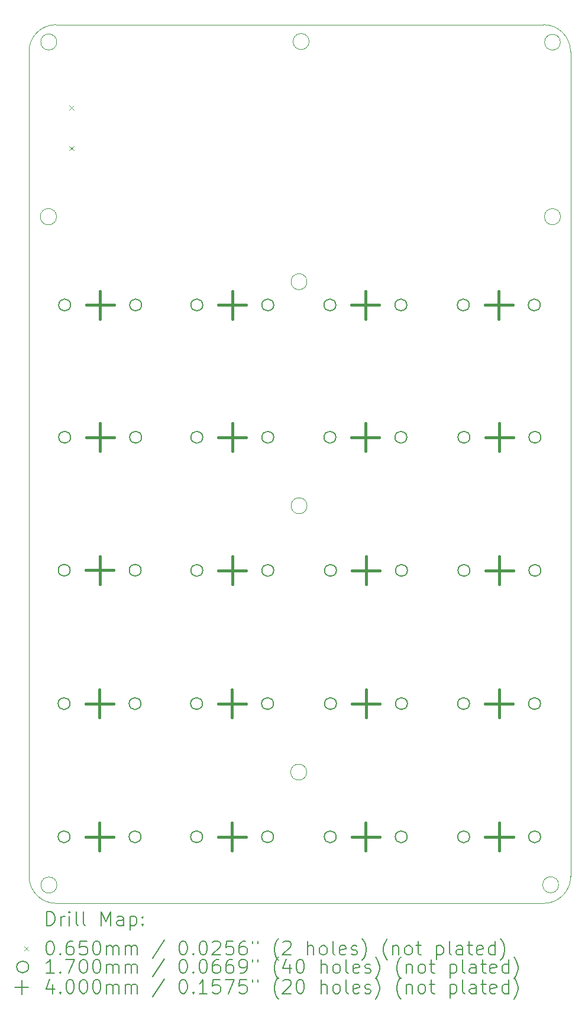
<source format=gbr>
%TF.GenerationSoftware,KiCad,Pcbnew,8.0.8-8.0.8-0~ubuntu22.04.1*%
%TF.CreationDate,2025-02-03T23:53:36+00:00*%
%TF.ProjectId,numcalcium,6e756d63-616c-4636-9975-6d2e6b696361,rev?*%
%TF.SameCoordinates,Original*%
%TF.FileFunction,Drillmap*%
%TF.FilePolarity,Positive*%
%FSLAX45Y45*%
G04 Gerber Fmt 4.5, Leading zero omitted, Abs format (unit mm)*
G04 Created by KiCad (PCBNEW 8.0.8-8.0.8-0~ubuntu22.04.1) date 2025-02-03 23:53:36*
%MOMM*%
%LPD*%
G01*
G04 APERTURE LIST*
%ADD10C,0.100000*%
%ADD11C,0.200000*%
%ADD12C,0.170000*%
%ADD13C,0.400000*%
G04 APERTURE END LIST*
D10*
X7530779Y-11432975D02*
G75*
G02*
X7301947Y-11432975I-114416J0D01*
G01*
X7301947Y-11432975D02*
G75*
G02*
X7530779Y-11432975I114416J0D01*
G01*
X3929200Y-2806400D02*
G75*
G02*
X3700369Y-2806400I-114416J0D01*
G01*
X3700369Y-2806400D02*
G75*
G02*
X3929200Y-2806400I114416J0D01*
G01*
X-49261Y-11312417D02*
X-51233Y484128D01*
X349200Y-11436400D02*
G75*
G02*
X120369Y-11436400I-114416J0D01*
G01*
X120369Y-11436400D02*
G75*
G02*
X349200Y-11436400I114416J0D01*
G01*
X7316739Y-11698672D02*
X336995Y-11698672D01*
X7314767Y870383D02*
X335022Y870383D01*
X346608Y622291D02*
G75*
G02*
X117776Y622291I-114416J0D01*
G01*
X117776Y622291D02*
G75*
G02*
X346608Y622291I114416J0D01*
G01*
X7556998Y-1876494D02*
G75*
G02*
X7327323Y-1876494I-114837J0D01*
G01*
X7327323Y-1876494D02*
G75*
G02*
X7556998Y-1876494I114837J0D01*
G01*
X3929200Y-6011400D02*
G75*
G02*
X3700369Y-6011400I-114416J0D01*
G01*
X3700369Y-6011400D02*
G75*
G02*
X3929200Y-6011400I114416J0D01*
G01*
X7702994Y-11312417D02*
G75*
G02*
X7316739Y-11698674I-386275J17D01*
G01*
X-51233Y484128D02*
G75*
G02*
X335022Y870383I386255J0D01*
G01*
X7314767Y870383D02*
G75*
G02*
X7701023Y484128I-7J-386263D01*
G01*
X7554759Y619265D02*
G75*
G02*
X7330107Y619265I-112326J0D01*
G01*
X7330107Y619265D02*
G75*
G02*
X7554759Y619265I112326J0D01*
G01*
X3958616Y629184D02*
G75*
G02*
X3729784Y629184I-114416J0D01*
G01*
X3729784Y629184D02*
G75*
G02*
X3958616Y629184I114416J0D01*
G01*
X3923616Y-9821400D02*
G75*
G02*
X3694784Y-9821400I-114416J0D01*
G01*
X3694784Y-9821400D02*
G75*
G02*
X3923616Y-9821400I114416J0D01*
G01*
X7701022Y484128D02*
X7702994Y-11312417D01*
X343804Y-1876148D02*
G75*
G02*
X110922Y-1876148I-116441J0D01*
G01*
X110922Y-1876148D02*
G75*
G02*
X343804Y-1876148I116441J0D01*
G01*
X336995Y-11698672D02*
G75*
G02*
X-49261Y-11312417I0J386256D01*
G01*
D11*
D10*
X526288Y-286584D02*
X591288Y-351584D01*
X591288Y-286584D02*
X526288Y-351584D01*
X526288Y-864584D02*
X591288Y-929584D01*
X591288Y-864584D02*
X526288Y-929584D01*
D12*
X535800Y-8841400D02*
G75*
G02*
X365800Y-8841400I-85000J0D01*
G01*
X365800Y-8841400D02*
G75*
G02*
X535800Y-8841400I85000J0D01*
G01*
X535800Y-10746400D02*
G75*
G02*
X365800Y-10746400I-85000J0D01*
G01*
X365800Y-10746400D02*
G75*
G02*
X535800Y-10746400I85000J0D01*
G01*
X538500Y-6932900D02*
G75*
G02*
X368500Y-6932900I-85000J0D01*
G01*
X368500Y-6932900D02*
G75*
G02*
X538500Y-6932900I85000J0D01*
G01*
X544500Y-3139100D02*
G75*
G02*
X374500Y-3139100I-85000J0D01*
G01*
X374500Y-3139100D02*
G75*
G02*
X544500Y-3139100I85000J0D01*
G01*
X544500Y-5031400D02*
G75*
G02*
X374500Y-5031400I-85000J0D01*
G01*
X374500Y-5031400D02*
G75*
G02*
X544500Y-5031400I85000J0D01*
G01*
X1551800Y-8841400D02*
G75*
G02*
X1381800Y-8841400I-85000J0D01*
G01*
X1381800Y-8841400D02*
G75*
G02*
X1551800Y-8841400I85000J0D01*
G01*
X1551800Y-10746400D02*
G75*
G02*
X1381800Y-10746400I-85000J0D01*
G01*
X1381800Y-10746400D02*
G75*
G02*
X1551800Y-10746400I85000J0D01*
G01*
X1554500Y-6932900D02*
G75*
G02*
X1384500Y-6932900I-85000J0D01*
G01*
X1384500Y-6932900D02*
G75*
G02*
X1554500Y-6932900I85000J0D01*
G01*
X1560500Y-3139100D02*
G75*
G02*
X1390500Y-3139100I-85000J0D01*
G01*
X1390500Y-3139100D02*
G75*
G02*
X1560500Y-3139100I85000J0D01*
G01*
X1560500Y-5031400D02*
G75*
G02*
X1390500Y-5031400I-85000J0D01*
G01*
X1390500Y-5031400D02*
G75*
G02*
X1560500Y-5031400I85000J0D01*
G01*
X2432300Y-8841300D02*
G75*
G02*
X2262300Y-8841300I-85000J0D01*
G01*
X2262300Y-8841300D02*
G75*
G02*
X2432300Y-8841300I85000J0D01*
G01*
X2433500Y-10746400D02*
G75*
G02*
X2263500Y-10746400I-85000J0D01*
G01*
X2263500Y-10746400D02*
G75*
G02*
X2433500Y-10746400I85000J0D01*
G01*
X2436800Y-3139100D02*
G75*
G02*
X2266800Y-3139100I-85000J0D01*
G01*
X2266800Y-3139100D02*
G75*
G02*
X2436800Y-3139100I85000J0D01*
G01*
X2436800Y-5031400D02*
G75*
G02*
X2266800Y-5031400I-85000J0D01*
G01*
X2266800Y-5031400D02*
G75*
G02*
X2436800Y-5031400I85000J0D01*
G01*
X2436800Y-6936300D02*
G75*
G02*
X2266800Y-6936300I-85000J0D01*
G01*
X2266800Y-6936300D02*
G75*
G02*
X2436800Y-6936300I85000J0D01*
G01*
X3448300Y-8841300D02*
G75*
G02*
X3278300Y-8841300I-85000J0D01*
G01*
X3278300Y-8841300D02*
G75*
G02*
X3448300Y-8841300I85000J0D01*
G01*
X3449500Y-10746400D02*
G75*
G02*
X3279500Y-10746400I-85000J0D01*
G01*
X3279500Y-10746400D02*
G75*
G02*
X3449500Y-10746400I85000J0D01*
G01*
X3452800Y-3139100D02*
G75*
G02*
X3282800Y-3139100I-85000J0D01*
G01*
X3282800Y-3139100D02*
G75*
G02*
X3452800Y-3139100I85000J0D01*
G01*
X3452800Y-5031400D02*
G75*
G02*
X3282800Y-5031400I-85000J0D01*
G01*
X3282800Y-5031400D02*
G75*
G02*
X3452800Y-5031400I85000J0D01*
G01*
X3452800Y-6936300D02*
G75*
G02*
X3282800Y-6936300I-85000J0D01*
G01*
X3282800Y-6936300D02*
G75*
G02*
X3452800Y-6936300I85000J0D01*
G01*
X4341800Y-3139100D02*
G75*
G02*
X4171800Y-3139100I-85000J0D01*
G01*
X4171800Y-3139100D02*
G75*
G02*
X4341800Y-3139100I85000J0D01*
G01*
X4341800Y-5031400D02*
G75*
G02*
X4171800Y-5031400I-85000J0D01*
G01*
X4171800Y-5031400D02*
G75*
G02*
X4341800Y-5031400I85000J0D01*
G01*
X4345800Y-10746400D02*
G75*
G02*
X4175800Y-10746400I-85000J0D01*
G01*
X4175800Y-10746400D02*
G75*
G02*
X4345800Y-10746400I85000J0D01*
G01*
X4350000Y-6936300D02*
G75*
G02*
X4180000Y-6936300I-85000J0D01*
G01*
X4180000Y-6936300D02*
G75*
G02*
X4350000Y-6936300I85000J0D01*
G01*
X4350000Y-8841300D02*
G75*
G02*
X4180000Y-8841300I-85000J0D01*
G01*
X4180000Y-8841300D02*
G75*
G02*
X4350000Y-8841300I85000J0D01*
G01*
X5357800Y-3139100D02*
G75*
G02*
X5187800Y-3139100I-85000J0D01*
G01*
X5187800Y-3139100D02*
G75*
G02*
X5357800Y-3139100I85000J0D01*
G01*
X5357800Y-5031400D02*
G75*
G02*
X5187800Y-5031400I-85000J0D01*
G01*
X5187800Y-5031400D02*
G75*
G02*
X5357800Y-5031400I85000J0D01*
G01*
X5361800Y-10746400D02*
G75*
G02*
X5191800Y-10746400I-85000J0D01*
G01*
X5191800Y-10746400D02*
G75*
G02*
X5361800Y-10746400I85000J0D01*
G01*
X5366000Y-6936300D02*
G75*
G02*
X5196000Y-6936300I-85000J0D01*
G01*
X5196000Y-6936300D02*
G75*
G02*
X5366000Y-6936300I85000J0D01*
G01*
X5366000Y-8841300D02*
G75*
G02*
X5196000Y-8841300I-85000J0D01*
G01*
X5196000Y-8841300D02*
G75*
G02*
X5366000Y-8841300I85000J0D01*
G01*
X6250800Y-3139100D02*
G75*
G02*
X6080800Y-3139100I-85000J0D01*
G01*
X6080800Y-3139100D02*
G75*
G02*
X6250800Y-3139100I85000J0D01*
G01*
X6255000Y-8841300D02*
G75*
G02*
X6085000Y-8841300I-85000J0D01*
G01*
X6085000Y-8841300D02*
G75*
G02*
X6255000Y-8841300I85000J0D01*
G01*
X6256200Y-10746400D02*
G75*
G02*
X6086200Y-10746400I-85000J0D01*
G01*
X6086200Y-10746400D02*
G75*
G02*
X6256200Y-10746400I85000J0D01*
G01*
X6259500Y-5031400D02*
G75*
G02*
X6089500Y-5031400I-85000J0D01*
G01*
X6089500Y-5031400D02*
G75*
G02*
X6259500Y-5031400I85000J0D01*
G01*
X6259500Y-6936400D02*
G75*
G02*
X6089500Y-6936400I-85000J0D01*
G01*
X6089500Y-6936400D02*
G75*
G02*
X6259500Y-6936400I85000J0D01*
G01*
X7266800Y-3139100D02*
G75*
G02*
X7096800Y-3139100I-85000J0D01*
G01*
X7096800Y-3139100D02*
G75*
G02*
X7266800Y-3139100I85000J0D01*
G01*
X7271000Y-8841300D02*
G75*
G02*
X7101000Y-8841300I-85000J0D01*
G01*
X7101000Y-8841300D02*
G75*
G02*
X7271000Y-8841300I85000J0D01*
G01*
X7272200Y-10746400D02*
G75*
G02*
X7102200Y-10746400I-85000J0D01*
G01*
X7102200Y-10746400D02*
G75*
G02*
X7272200Y-10746400I85000J0D01*
G01*
X7275500Y-5031400D02*
G75*
G02*
X7105500Y-5031400I-85000J0D01*
G01*
X7105500Y-5031400D02*
G75*
G02*
X7275500Y-5031400I85000J0D01*
G01*
X7275500Y-6936400D02*
G75*
G02*
X7105500Y-6936400I-85000J0D01*
G01*
X7105500Y-6936400D02*
G75*
G02*
X7275500Y-6936400I85000J0D01*
G01*
D13*
X958800Y-8641400D02*
X958800Y-9041400D01*
X758800Y-8841400D02*
X1158800Y-8841400D01*
X958800Y-10546400D02*
X958800Y-10946400D01*
X758800Y-10746400D02*
X1158800Y-10746400D01*
X961500Y-6732900D02*
X961500Y-7132900D01*
X761500Y-6932900D02*
X1161500Y-6932900D01*
X967500Y-2939100D02*
X967500Y-3339100D01*
X767500Y-3139100D02*
X1167500Y-3139100D01*
X967500Y-4831400D02*
X967500Y-5231400D01*
X767500Y-5031400D02*
X1167500Y-5031400D01*
X2855300Y-8641300D02*
X2855300Y-9041300D01*
X2655300Y-8841300D02*
X3055300Y-8841300D01*
X2856500Y-10546400D02*
X2856500Y-10946400D01*
X2656500Y-10746400D02*
X3056500Y-10746400D01*
X2859800Y-2939100D02*
X2859800Y-3339100D01*
X2659800Y-3139100D02*
X3059800Y-3139100D01*
X2859800Y-4831400D02*
X2859800Y-5231400D01*
X2659800Y-5031400D02*
X3059800Y-5031400D01*
X2859800Y-6736300D02*
X2859800Y-7136300D01*
X2659800Y-6936300D02*
X3059800Y-6936300D01*
X4764800Y-2939100D02*
X4764800Y-3339100D01*
X4564800Y-3139100D02*
X4964800Y-3139100D01*
X4764800Y-4831400D02*
X4764800Y-5231400D01*
X4564800Y-5031400D02*
X4964800Y-5031400D01*
X4768800Y-10546400D02*
X4768800Y-10946400D01*
X4568800Y-10746400D02*
X4968800Y-10746400D01*
X4773000Y-6736300D02*
X4773000Y-7136300D01*
X4573000Y-6936300D02*
X4973000Y-6936300D01*
X4773000Y-8641300D02*
X4773000Y-9041300D01*
X4573000Y-8841300D02*
X4973000Y-8841300D01*
X6673800Y-2939100D02*
X6673800Y-3339100D01*
X6473800Y-3139100D02*
X6873800Y-3139100D01*
X6678000Y-8641300D02*
X6678000Y-9041300D01*
X6478000Y-8841300D02*
X6878000Y-8841300D01*
X6679200Y-10546400D02*
X6679200Y-10946400D01*
X6479200Y-10746400D02*
X6879200Y-10746400D01*
X6682500Y-4831400D02*
X6682500Y-5231400D01*
X6482500Y-5031400D02*
X6882500Y-5031400D01*
X6682500Y-6736400D02*
X6682500Y-7136400D01*
X6482500Y-6936400D02*
X6882500Y-6936400D01*
D11*
X204544Y-12015156D02*
X204544Y-11815156D01*
X204544Y-11815156D02*
X252163Y-11815156D01*
X252163Y-11815156D02*
X280734Y-11824680D01*
X280734Y-11824680D02*
X299782Y-11843727D01*
X299782Y-11843727D02*
X309306Y-11862775D01*
X309306Y-11862775D02*
X318829Y-11900870D01*
X318829Y-11900870D02*
X318829Y-11929442D01*
X318829Y-11929442D02*
X309306Y-11967537D01*
X309306Y-11967537D02*
X299782Y-11986585D01*
X299782Y-11986585D02*
X280734Y-12005632D01*
X280734Y-12005632D02*
X252163Y-12015156D01*
X252163Y-12015156D02*
X204544Y-12015156D01*
X404544Y-12015156D02*
X404544Y-11881823D01*
X404544Y-11919918D02*
X414067Y-11900870D01*
X414067Y-11900870D02*
X423591Y-11891346D01*
X423591Y-11891346D02*
X442639Y-11881823D01*
X442639Y-11881823D02*
X461686Y-11881823D01*
X528353Y-12015156D02*
X528353Y-11881823D01*
X528353Y-11815156D02*
X518829Y-11824680D01*
X518829Y-11824680D02*
X528353Y-11834204D01*
X528353Y-11834204D02*
X537877Y-11824680D01*
X537877Y-11824680D02*
X528353Y-11815156D01*
X528353Y-11815156D02*
X528353Y-11834204D01*
X652163Y-12015156D02*
X633115Y-12005632D01*
X633115Y-12005632D02*
X623591Y-11986585D01*
X623591Y-11986585D02*
X623591Y-11815156D01*
X756924Y-12015156D02*
X737877Y-12005632D01*
X737877Y-12005632D02*
X728353Y-11986585D01*
X728353Y-11986585D02*
X728353Y-11815156D01*
X985496Y-12015156D02*
X985496Y-11815156D01*
X985496Y-11815156D02*
X1052163Y-11958013D01*
X1052163Y-11958013D02*
X1118829Y-11815156D01*
X1118829Y-11815156D02*
X1118829Y-12015156D01*
X1299782Y-12015156D02*
X1299782Y-11910394D01*
X1299782Y-11910394D02*
X1290258Y-11891346D01*
X1290258Y-11891346D02*
X1271210Y-11881823D01*
X1271210Y-11881823D02*
X1233115Y-11881823D01*
X1233115Y-11881823D02*
X1214067Y-11891346D01*
X1299782Y-12005632D02*
X1280734Y-12015156D01*
X1280734Y-12015156D02*
X1233115Y-12015156D01*
X1233115Y-12015156D02*
X1214067Y-12005632D01*
X1214067Y-12005632D02*
X1204544Y-11986585D01*
X1204544Y-11986585D02*
X1204544Y-11967537D01*
X1204544Y-11967537D02*
X1214067Y-11948489D01*
X1214067Y-11948489D02*
X1233115Y-11938966D01*
X1233115Y-11938966D02*
X1280734Y-11938966D01*
X1280734Y-11938966D02*
X1299782Y-11929442D01*
X1395020Y-11881823D02*
X1395020Y-12081823D01*
X1395020Y-11891346D02*
X1414067Y-11881823D01*
X1414067Y-11881823D02*
X1452163Y-11881823D01*
X1452163Y-11881823D02*
X1471210Y-11891346D01*
X1471210Y-11891346D02*
X1480734Y-11900870D01*
X1480734Y-11900870D02*
X1490258Y-11919918D01*
X1490258Y-11919918D02*
X1490258Y-11977061D01*
X1490258Y-11977061D02*
X1480734Y-11996108D01*
X1480734Y-11996108D02*
X1471210Y-12005632D01*
X1471210Y-12005632D02*
X1452163Y-12015156D01*
X1452163Y-12015156D02*
X1414067Y-12015156D01*
X1414067Y-12015156D02*
X1395020Y-12005632D01*
X1575972Y-11996108D02*
X1585496Y-12005632D01*
X1585496Y-12005632D02*
X1575972Y-12015156D01*
X1575972Y-12015156D02*
X1566448Y-12005632D01*
X1566448Y-12005632D02*
X1575972Y-11996108D01*
X1575972Y-11996108D02*
X1575972Y-12015156D01*
X1575972Y-11891346D02*
X1585496Y-11900870D01*
X1585496Y-11900870D02*
X1575972Y-11910394D01*
X1575972Y-11910394D02*
X1566448Y-11900870D01*
X1566448Y-11900870D02*
X1575972Y-11891346D01*
X1575972Y-11891346D02*
X1575972Y-11910394D01*
D10*
X-121233Y-12311172D02*
X-56233Y-12376172D01*
X-56233Y-12311172D02*
X-121233Y-12376172D01*
D11*
X242639Y-12235156D02*
X261686Y-12235156D01*
X261686Y-12235156D02*
X280734Y-12244680D01*
X280734Y-12244680D02*
X290258Y-12254204D01*
X290258Y-12254204D02*
X299782Y-12273251D01*
X299782Y-12273251D02*
X309306Y-12311346D01*
X309306Y-12311346D02*
X309306Y-12358966D01*
X309306Y-12358966D02*
X299782Y-12397061D01*
X299782Y-12397061D02*
X290258Y-12416108D01*
X290258Y-12416108D02*
X280734Y-12425632D01*
X280734Y-12425632D02*
X261686Y-12435156D01*
X261686Y-12435156D02*
X242639Y-12435156D01*
X242639Y-12435156D02*
X223591Y-12425632D01*
X223591Y-12425632D02*
X214067Y-12416108D01*
X214067Y-12416108D02*
X204544Y-12397061D01*
X204544Y-12397061D02*
X195020Y-12358966D01*
X195020Y-12358966D02*
X195020Y-12311346D01*
X195020Y-12311346D02*
X204544Y-12273251D01*
X204544Y-12273251D02*
X214067Y-12254204D01*
X214067Y-12254204D02*
X223591Y-12244680D01*
X223591Y-12244680D02*
X242639Y-12235156D01*
X395020Y-12416108D02*
X404544Y-12425632D01*
X404544Y-12425632D02*
X395020Y-12435156D01*
X395020Y-12435156D02*
X385496Y-12425632D01*
X385496Y-12425632D02*
X395020Y-12416108D01*
X395020Y-12416108D02*
X395020Y-12435156D01*
X575972Y-12235156D02*
X537877Y-12235156D01*
X537877Y-12235156D02*
X518829Y-12244680D01*
X518829Y-12244680D02*
X509305Y-12254204D01*
X509305Y-12254204D02*
X490258Y-12282775D01*
X490258Y-12282775D02*
X480734Y-12320870D01*
X480734Y-12320870D02*
X480734Y-12397061D01*
X480734Y-12397061D02*
X490258Y-12416108D01*
X490258Y-12416108D02*
X499782Y-12425632D01*
X499782Y-12425632D02*
X518829Y-12435156D01*
X518829Y-12435156D02*
X556925Y-12435156D01*
X556925Y-12435156D02*
X575972Y-12425632D01*
X575972Y-12425632D02*
X585496Y-12416108D01*
X585496Y-12416108D02*
X595020Y-12397061D01*
X595020Y-12397061D02*
X595020Y-12349442D01*
X595020Y-12349442D02*
X585496Y-12330394D01*
X585496Y-12330394D02*
X575972Y-12320870D01*
X575972Y-12320870D02*
X556925Y-12311346D01*
X556925Y-12311346D02*
X518829Y-12311346D01*
X518829Y-12311346D02*
X499782Y-12320870D01*
X499782Y-12320870D02*
X490258Y-12330394D01*
X490258Y-12330394D02*
X480734Y-12349442D01*
X775972Y-12235156D02*
X680734Y-12235156D01*
X680734Y-12235156D02*
X671210Y-12330394D01*
X671210Y-12330394D02*
X680734Y-12320870D01*
X680734Y-12320870D02*
X699782Y-12311346D01*
X699782Y-12311346D02*
X747401Y-12311346D01*
X747401Y-12311346D02*
X766448Y-12320870D01*
X766448Y-12320870D02*
X775972Y-12330394D01*
X775972Y-12330394D02*
X785496Y-12349442D01*
X785496Y-12349442D02*
X785496Y-12397061D01*
X785496Y-12397061D02*
X775972Y-12416108D01*
X775972Y-12416108D02*
X766448Y-12425632D01*
X766448Y-12425632D02*
X747401Y-12435156D01*
X747401Y-12435156D02*
X699782Y-12435156D01*
X699782Y-12435156D02*
X680734Y-12425632D01*
X680734Y-12425632D02*
X671210Y-12416108D01*
X909305Y-12235156D02*
X928353Y-12235156D01*
X928353Y-12235156D02*
X947401Y-12244680D01*
X947401Y-12244680D02*
X956925Y-12254204D01*
X956925Y-12254204D02*
X966448Y-12273251D01*
X966448Y-12273251D02*
X975972Y-12311346D01*
X975972Y-12311346D02*
X975972Y-12358966D01*
X975972Y-12358966D02*
X966448Y-12397061D01*
X966448Y-12397061D02*
X956925Y-12416108D01*
X956925Y-12416108D02*
X947401Y-12425632D01*
X947401Y-12425632D02*
X928353Y-12435156D01*
X928353Y-12435156D02*
X909305Y-12435156D01*
X909305Y-12435156D02*
X890258Y-12425632D01*
X890258Y-12425632D02*
X880734Y-12416108D01*
X880734Y-12416108D02*
X871210Y-12397061D01*
X871210Y-12397061D02*
X861686Y-12358966D01*
X861686Y-12358966D02*
X861686Y-12311346D01*
X861686Y-12311346D02*
X871210Y-12273251D01*
X871210Y-12273251D02*
X880734Y-12254204D01*
X880734Y-12254204D02*
X890258Y-12244680D01*
X890258Y-12244680D02*
X909305Y-12235156D01*
X1061687Y-12435156D02*
X1061687Y-12301823D01*
X1061687Y-12320870D02*
X1071210Y-12311346D01*
X1071210Y-12311346D02*
X1090258Y-12301823D01*
X1090258Y-12301823D02*
X1118829Y-12301823D01*
X1118829Y-12301823D02*
X1137877Y-12311346D01*
X1137877Y-12311346D02*
X1147401Y-12330394D01*
X1147401Y-12330394D02*
X1147401Y-12435156D01*
X1147401Y-12330394D02*
X1156925Y-12311346D01*
X1156925Y-12311346D02*
X1175972Y-12301823D01*
X1175972Y-12301823D02*
X1204544Y-12301823D01*
X1204544Y-12301823D02*
X1223591Y-12311346D01*
X1223591Y-12311346D02*
X1233115Y-12330394D01*
X1233115Y-12330394D02*
X1233115Y-12435156D01*
X1328353Y-12435156D02*
X1328353Y-12301823D01*
X1328353Y-12320870D02*
X1337877Y-12311346D01*
X1337877Y-12311346D02*
X1356925Y-12301823D01*
X1356925Y-12301823D02*
X1385496Y-12301823D01*
X1385496Y-12301823D02*
X1404544Y-12311346D01*
X1404544Y-12311346D02*
X1414067Y-12330394D01*
X1414067Y-12330394D02*
X1414067Y-12435156D01*
X1414067Y-12330394D02*
X1423591Y-12311346D01*
X1423591Y-12311346D02*
X1442639Y-12301823D01*
X1442639Y-12301823D02*
X1471210Y-12301823D01*
X1471210Y-12301823D02*
X1490258Y-12311346D01*
X1490258Y-12311346D02*
X1499782Y-12330394D01*
X1499782Y-12330394D02*
X1499782Y-12435156D01*
X1890258Y-12225632D02*
X1718829Y-12482775D01*
X2147401Y-12235156D02*
X2166449Y-12235156D01*
X2166449Y-12235156D02*
X2185496Y-12244680D01*
X2185496Y-12244680D02*
X2195020Y-12254204D01*
X2195020Y-12254204D02*
X2204544Y-12273251D01*
X2204544Y-12273251D02*
X2214068Y-12311346D01*
X2214068Y-12311346D02*
X2214068Y-12358966D01*
X2214068Y-12358966D02*
X2204544Y-12397061D01*
X2204544Y-12397061D02*
X2195020Y-12416108D01*
X2195020Y-12416108D02*
X2185496Y-12425632D01*
X2185496Y-12425632D02*
X2166449Y-12435156D01*
X2166449Y-12435156D02*
X2147401Y-12435156D01*
X2147401Y-12435156D02*
X2128353Y-12425632D01*
X2128353Y-12425632D02*
X2118830Y-12416108D01*
X2118830Y-12416108D02*
X2109306Y-12397061D01*
X2109306Y-12397061D02*
X2099782Y-12358966D01*
X2099782Y-12358966D02*
X2099782Y-12311346D01*
X2099782Y-12311346D02*
X2109306Y-12273251D01*
X2109306Y-12273251D02*
X2118830Y-12254204D01*
X2118830Y-12254204D02*
X2128353Y-12244680D01*
X2128353Y-12244680D02*
X2147401Y-12235156D01*
X2299782Y-12416108D02*
X2309306Y-12425632D01*
X2309306Y-12425632D02*
X2299782Y-12435156D01*
X2299782Y-12435156D02*
X2290258Y-12425632D01*
X2290258Y-12425632D02*
X2299782Y-12416108D01*
X2299782Y-12416108D02*
X2299782Y-12435156D01*
X2433115Y-12235156D02*
X2452163Y-12235156D01*
X2452163Y-12235156D02*
X2471211Y-12244680D01*
X2471211Y-12244680D02*
X2480734Y-12254204D01*
X2480734Y-12254204D02*
X2490258Y-12273251D01*
X2490258Y-12273251D02*
X2499782Y-12311346D01*
X2499782Y-12311346D02*
X2499782Y-12358966D01*
X2499782Y-12358966D02*
X2490258Y-12397061D01*
X2490258Y-12397061D02*
X2480734Y-12416108D01*
X2480734Y-12416108D02*
X2471211Y-12425632D01*
X2471211Y-12425632D02*
X2452163Y-12435156D01*
X2452163Y-12435156D02*
X2433115Y-12435156D01*
X2433115Y-12435156D02*
X2414068Y-12425632D01*
X2414068Y-12425632D02*
X2404544Y-12416108D01*
X2404544Y-12416108D02*
X2395020Y-12397061D01*
X2395020Y-12397061D02*
X2385496Y-12358966D01*
X2385496Y-12358966D02*
X2385496Y-12311346D01*
X2385496Y-12311346D02*
X2395020Y-12273251D01*
X2395020Y-12273251D02*
X2404544Y-12254204D01*
X2404544Y-12254204D02*
X2414068Y-12244680D01*
X2414068Y-12244680D02*
X2433115Y-12235156D01*
X2575972Y-12254204D02*
X2585496Y-12244680D01*
X2585496Y-12244680D02*
X2604544Y-12235156D01*
X2604544Y-12235156D02*
X2652163Y-12235156D01*
X2652163Y-12235156D02*
X2671211Y-12244680D01*
X2671211Y-12244680D02*
X2680734Y-12254204D01*
X2680734Y-12254204D02*
X2690258Y-12273251D01*
X2690258Y-12273251D02*
X2690258Y-12292299D01*
X2690258Y-12292299D02*
X2680734Y-12320870D01*
X2680734Y-12320870D02*
X2566449Y-12435156D01*
X2566449Y-12435156D02*
X2690258Y-12435156D01*
X2871210Y-12235156D02*
X2775972Y-12235156D01*
X2775972Y-12235156D02*
X2766449Y-12330394D01*
X2766449Y-12330394D02*
X2775972Y-12320870D01*
X2775972Y-12320870D02*
X2795020Y-12311346D01*
X2795020Y-12311346D02*
X2842639Y-12311346D01*
X2842639Y-12311346D02*
X2861687Y-12320870D01*
X2861687Y-12320870D02*
X2871210Y-12330394D01*
X2871210Y-12330394D02*
X2880734Y-12349442D01*
X2880734Y-12349442D02*
X2880734Y-12397061D01*
X2880734Y-12397061D02*
X2871210Y-12416108D01*
X2871210Y-12416108D02*
X2861687Y-12425632D01*
X2861687Y-12425632D02*
X2842639Y-12435156D01*
X2842639Y-12435156D02*
X2795020Y-12435156D01*
X2795020Y-12435156D02*
X2775972Y-12425632D01*
X2775972Y-12425632D02*
X2766449Y-12416108D01*
X3052163Y-12235156D02*
X3014068Y-12235156D01*
X3014068Y-12235156D02*
X2995020Y-12244680D01*
X2995020Y-12244680D02*
X2985496Y-12254204D01*
X2985496Y-12254204D02*
X2966449Y-12282775D01*
X2966449Y-12282775D02*
X2956925Y-12320870D01*
X2956925Y-12320870D02*
X2956925Y-12397061D01*
X2956925Y-12397061D02*
X2966449Y-12416108D01*
X2966449Y-12416108D02*
X2975972Y-12425632D01*
X2975972Y-12425632D02*
X2995020Y-12435156D01*
X2995020Y-12435156D02*
X3033115Y-12435156D01*
X3033115Y-12435156D02*
X3052163Y-12425632D01*
X3052163Y-12425632D02*
X3061687Y-12416108D01*
X3061687Y-12416108D02*
X3071210Y-12397061D01*
X3071210Y-12397061D02*
X3071210Y-12349442D01*
X3071210Y-12349442D02*
X3061687Y-12330394D01*
X3061687Y-12330394D02*
X3052163Y-12320870D01*
X3052163Y-12320870D02*
X3033115Y-12311346D01*
X3033115Y-12311346D02*
X2995020Y-12311346D01*
X2995020Y-12311346D02*
X2975972Y-12320870D01*
X2975972Y-12320870D02*
X2966449Y-12330394D01*
X2966449Y-12330394D02*
X2956925Y-12349442D01*
X3147401Y-12235156D02*
X3147401Y-12273251D01*
X3223591Y-12235156D02*
X3223591Y-12273251D01*
X3518830Y-12511346D02*
X3509306Y-12501823D01*
X3509306Y-12501823D02*
X3490258Y-12473251D01*
X3490258Y-12473251D02*
X3480734Y-12454204D01*
X3480734Y-12454204D02*
X3471211Y-12425632D01*
X3471211Y-12425632D02*
X3461687Y-12378013D01*
X3461687Y-12378013D02*
X3461687Y-12339918D01*
X3461687Y-12339918D02*
X3471211Y-12292299D01*
X3471211Y-12292299D02*
X3480734Y-12263727D01*
X3480734Y-12263727D02*
X3490258Y-12244680D01*
X3490258Y-12244680D02*
X3509306Y-12216108D01*
X3509306Y-12216108D02*
X3518830Y-12206585D01*
X3585496Y-12254204D02*
X3595020Y-12244680D01*
X3595020Y-12244680D02*
X3614068Y-12235156D01*
X3614068Y-12235156D02*
X3661687Y-12235156D01*
X3661687Y-12235156D02*
X3680734Y-12244680D01*
X3680734Y-12244680D02*
X3690258Y-12254204D01*
X3690258Y-12254204D02*
X3699782Y-12273251D01*
X3699782Y-12273251D02*
X3699782Y-12292299D01*
X3699782Y-12292299D02*
X3690258Y-12320870D01*
X3690258Y-12320870D02*
X3575972Y-12435156D01*
X3575972Y-12435156D02*
X3699782Y-12435156D01*
X3937877Y-12435156D02*
X3937877Y-12235156D01*
X4023592Y-12435156D02*
X4023592Y-12330394D01*
X4023592Y-12330394D02*
X4014068Y-12311346D01*
X4014068Y-12311346D02*
X3995020Y-12301823D01*
X3995020Y-12301823D02*
X3966449Y-12301823D01*
X3966449Y-12301823D02*
X3947401Y-12311346D01*
X3947401Y-12311346D02*
X3937877Y-12320870D01*
X4147401Y-12435156D02*
X4128353Y-12425632D01*
X4128353Y-12425632D02*
X4118830Y-12416108D01*
X4118830Y-12416108D02*
X4109306Y-12397061D01*
X4109306Y-12397061D02*
X4109306Y-12339918D01*
X4109306Y-12339918D02*
X4118830Y-12320870D01*
X4118830Y-12320870D02*
X4128353Y-12311346D01*
X4128353Y-12311346D02*
X4147401Y-12301823D01*
X4147401Y-12301823D02*
X4175973Y-12301823D01*
X4175973Y-12301823D02*
X4195020Y-12311346D01*
X4195020Y-12311346D02*
X4204544Y-12320870D01*
X4204544Y-12320870D02*
X4214068Y-12339918D01*
X4214068Y-12339918D02*
X4214068Y-12397061D01*
X4214068Y-12397061D02*
X4204544Y-12416108D01*
X4204544Y-12416108D02*
X4195020Y-12425632D01*
X4195020Y-12425632D02*
X4175973Y-12435156D01*
X4175973Y-12435156D02*
X4147401Y-12435156D01*
X4328354Y-12435156D02*
X4309306Y-12425632D01*
X4309306Y-12425632D02*
X4299782Y-12406585D01*
X4299782Y-12406585D02*
X4299782Y-12235156D01*
X4480735Y-12425632D02*
X4461687Y-12435156D01*
X4461687Y-12435156D02*
X4423592Y-12435156D01*
X4423592Y-12435156D02*
X4404544Y-12425632D01*
X4404544Y-12425632D02*
X4395020Y-12406585D01*
X4395020Y-12406585D02*
X4395020Y-12330394D01*
X4395020Y-12330394D02*
X4404544Y-12311346D01*
X4404544Y-12311346D02*
X4423592Y-12301823D01*
X4423592Y-12301823D02*
X4461687Y-12301823D01*
X4461687Y-12301823D02*
X4480735Y-12311346D01*
X4480735Y-12311346D02*
X4490258Y-12330394D01*
X4490258Y-12330394D02*
X4490258Y-12349442D01*
X4490258Y-12349442D02*
X4395020Y-12368489D01*
X4566449Y-12425632D02*
X4585496Y-12435156D01*
X4585496Y-12435156D02*
X4623592Y-12435156D01*
X4623592Y-12435156D02*
X4642639Y-12425632D01*
X4642639Y-12425632D02*
X4652163Y-12406585D01*
X4652163Y-12406585D02*
X4652163Y-12397061D01*
X4652163Y-12397061D02*
X4642639Y-12378013D01*
X4642639Y-12378013D02*
X4623592Y-12368489D01*
X4623592Y-12368489D02*
X4595020Y-12368489D01*
X4595020Y-12368489D02*
X4575973Y-12358966D01*
X4575973Y-12358966D02*
X4566449Y-12339918D01*
X4566449Y-12339918D02*
X4566449Y-12330394D01*
X4566449Y-12330394D02*
X4575973Y-12311346D01*
X4575973Y-12311346D02*
X4595020Y-12301823D01*
X4595020Y-12301823D02*
X4623592Y-12301823D01*
X4623592Y-12301823D02*
X4642639Y-12311346D01*
X4718830Y-12511346D02*
X4728354Y-12501823D01*
X4728354Y-12501823D02*
X4747401Y-12473251D01*
X4747401Y-12473251D02*
X4756925Y-12454204D01*
X4756925Y-12454204D02*
X4766449Y-12425632D01*
X4766449Y-12425632D02*
X4775973Y-12378013D01*
X4775973Y-12378013D02*
X4775973Y-12339918D01*
X4775973Y-12339918D02*
X4766449Y-12292299D01*
X4766449Y-12292299D02*
X4756925Y-12263727D01*
X4756925Y-12263727D02*
X4747401Y-12244680D01*
X4747401Y-12244680D02*
X4728354Y-12216108D01*
X4728354Y-12216108D02*
X4718830Y-12206585D01*
X5080735Y-12511346D02*
X5071211Y-12501823D01*
X5071211Y-12501823D02*
X5052163Y-12473251D01*
X5052163Y-12473251D02*
X5042639Y-12454204D01*
X5042639Y-12454204D02*
X5033116Y-12425632D01*
X5033116Y-12425632D02*
X5023592Y-12378013D01*
X5023592Y-12378013D02*
X5023592Y-12339918D01*
X5023592Y-12339918D02*
X5033116Y-12292299D01*
X5033116Y-12292299D02*
X5042639Y-12263727D01*
X5042639Y-12263727D02*
X5052163Y-12244680D01*
X5052163Y-12244680D02*
X5071211Y-12216108D01*
X5071211Y-12216108D02*
X5080735Y-12206585D01*
X5156925Y-12301823D02*
X5156925Y-12435156D01*
X5156925Y-12320870D02*
X5166449Y-12311346D01*
X5166449Y-12311346D02*
X5185496Y-12301823D01*
X5185496Y-12301823D02*
X5214068Y-12301823D01*
X5214068Y-12301823D02*
X5233116Y-12311346D01*
X5233116Y-12311346D02*
X5242639Y-12330394D01*
X5242639Y-12330394D02*
X5242639Y-12435156D01*
X5366449Y-12435156D02*
X5347401Y-12425632D01*
X5347401Y-12425632D02*
X5337877Y-12416108D01*
X5337877Y-12416108D02*
X5328354Y-12397061D01*
X5328354Y-12397061D02*
X5328354Y-12339918D01*
X5328354Y-12339918D02*
X5337877Y-12320870D01*
X5337877Y-12320870D02*
X5347401Y-12311346D01*
X5347401Y-12311346D02*
X5366449Y-12301823D01*
X5366449Y-12301823D02*
X5395020Y-12301823D01*
X5395020Y-12301823D02*
X5414068Y-12311346D01*
X5414068Y-12311346D02*
X5423592Y-12320870D01*
X5423592Y-12320870D02*
X5433116Y-12339918D01*
X5433116Y-12339918D02*
X5433116Y-12397061D01*
X5433116Y-12397061D02*
X5423592Y-12416108D01*
X5423592Y-12416108D02*
X5414068Y-12425632D01*
X5414068Y-12425632D02*
X5395020Y-12435156D01*
X5395020Y-12435156D02*
X5366449Y-12435156D01*
X5490258Y-12301823D02*
X5566449Y-12301823D01*
X5518830Y-12235156D02*
X5518830Y-12406585D01*
X5518830Y-12406585D02*
X5528354Y-12425632D01*
X5528354Y-12425632D02*
X5547401Y-12435156D01*
X5547401Y-12435156D02*
X5566449Y-12435156D01*
X5785496Y-12301823D02*
X5785496Y-12501823D01*
X5785496Y-12311346D02*
X5804544Y-12301823D01*
X5804544Y-12301823D02*
X5842639Y-12301823D01*
X5842639Y-12301823D02*
X5861687Y-12311346D01*
X5861687Y-12311346D02*
X5871211Y-12320870D01*
X5871211Y-12320870D02*
X5880735Y-12339918D01*
X5880735Y-12339918D02*
X5880735Y-12397061D01*
X5880735Y-12397061D02*
X5871211Y-12416108D01*
X5871211Y-12416108D02*
X5861687Y-12425632D01*
X5861687Y-12425632D02*
X5842639Y-12435156D01*
X5842639Y-12435156D02*
X5804544Y-12435156D01*
X5804544Y-12435156D02*
X5785496Y-12425632D01*
X5995020Y-12435156D02*
X5975973Y-12425632D01*
X5975973Y-12425632D02*
X5966449Y-12406585D01*
X5966449Y-12406585D02*
X5966449Y-12235156D01*
X6156925Y-12435156D02*
X6156925Y-12330394D01*
X6156925Y-12330394D02*
X6147401Y-12311346D01*
X6147401Y-12311346D02*
X6128354Y-12301823D01*
X6128354Y-12301823D02*
X6090258Y-12301823D01*
X6090258Y-12301823D02*
X6071211Y-12311346D01*
X6156925Y-12425632D02*
X6137877Y-12435156D01*
X6137877Y-12435156D02*
X6090258Y-12435156D01*
X6090258Y-12435156D02*
X6071211Y-12425632D01*
X6071211Y-12425632D02*
X6061687Y-12406585D01*
X6061687Y-12406585D02*
X6061687Y-12387537D01*
X6061687Y-12387537D02*
X6071211Y-12368489D01*
X6071211Y-12368489D02*
X6090258Y-12358966D01*
X6090258Y-12358966D02*
X6137877Y-12358966D01*
X6137877Y-12358966D02*
X6156925Y-12349442D01*
X6223592Y-12301823D02*
X6299782Y-12301823D01*
X6252163Y-12235156D02*
X6252163Y-12406585D01*
X6252163Y-12406585D02*
X6261687Y-12425632D01*
X6261687Y-12425632D02*
X6280735Y-12435156D01*
X6280735Y-12435156D02*
X6299782Y-12435156D01*
X6442639Y-12425632D02*
X6423592Y-12435156D01*
X6423592Y-12435156D02*
X6385496Y-12435156D01*
X6385496Y-12435156D02*
X6366449Y-12425632D01*
X6366449Y-12425632D02*
X6356925Y-12406585D01*
X6356925Y-12406585D02*
X6356925Y-12330394D01*
X6356925Y-12330394D02*
X6366449Y-12311346D01*
X6366449Y-12311346D02*
X6385496Y-12301823D01*
X6385496Y-12301823D02*
X6423592Y-12301823D01*
X6423592Y-12301823D02*
X6442639Y-12311346D01*
X6442639Y-12311346D02*
X6452163Y-12330394D01*
X6452163Y-12330394D02*
X6452163Y-12349442D01*
X6452163Y-12349442D02*
X6356925Y-12368489D01*
X6623592Y-12435156D02*
X6623592Y-12235156D01*
X6623592Y-12425632D02*
X6604544Y-12435156D01*
X6604544Y-12435156D02*
X6566449Y-12435156D01*
X6566449Y-12435156D02*
X6547401Y-12425632D01*
X6547401Y-12425632D02*
X6537877Y-12416108D01*
X6537877Y-12416108D02*
X6528354Y-12397061D01*
X6528354Y-12397061D02*
X6528354Y-12339918D01*
X6528354Y-12339918D02*
X6537877Y-12320870D01*
X6537877Y-12320870D02*
X6547401Y-12311346D01*
X6547401Y-12311346D02*
X6566449Y-12301823D01*
X6566449Y-12301823D02*
X6604544Y-12301823D01*
X6604544Y-12301823D02*
X6623592Y-12311346D01*
X6699782Y-12511346D02*
X6709306Y-12501823D01*
X6709306Y-12501823D02*
X6728354Y-12473251D01*
X6728354Y-12473251D02*
X6737877Y-12454204D01*
X6737877Y-12454204D02*
X6747401Y-12425632D01*
X6747401Y-12425632D02*
X6756925Y-12378013D01*
X6756925Y-12378013D02*
X6756925Y-12339918D01*
X6756925Y-12339918D02*
X6747401Y-12292299D01*
X6747401Y-12292299D02*
X6737877Y-12263727D01*
X6737877Y-12263727D02*
X6728354Y-12244680D01*
X6728354Y-12244680D02*
X6709306Y-12216108D01*
X6709306Y-12216108D02*
X6699782Y-12206585D01*
D12*
X-56233Y-12607672D02*
G75*
G02*
X-226233Y-12607672I-85000J0D01*
G01*
X-226233Y-12607672D02*
G75*
G02*
X-56233Y-12607672I85000J0D01*
G01*
D11*
X309306Y-12699156D02*
X195020Y-12699156D01*
X252163Y-12699156D02*
X252163Y-12499156D01*
X252163Y-12499156D02*
X233115Y-12527727D01*
X233115Y-12527727D02*
X214067Y-12546775D01*
X214067Y-12546775D02*
X195020Y-12556299D01*
X395020Y-12680108D02*
X404544Y-12689632D01*
X404544Y-12689632D02*
X395020Y-12699156D01*
X395020Y-12699156D02*
X385496Y-12689632D01*
X385496Y-12689632D02*
X395020Y-12680108D01*
X395020Y-12680108D02*
X395020Y-12699156D01*
X471210Y-12499156D02*
X604544Y-12499156D01*
X604544Y-12499156D02*
X518829Y-12699156D01*
X718829Y-12499156D02*
X737877Y-12499156D01*
X737877Y-12499156D02*
X756925Y-12508680D01*
X756925Y-12508680D02*
X766448Y-12518204D01*
X766448Y-12518204D02*
X775972Y-12537251D01*
X775972Y-12537251D02*
X785496Y-12575346D01*
X785496Y-12575346D02*
X785496Y-12622966D01*
X785496Y-12622966D02*
X775972Y-12661061D01*
X775972Y-12661061D02*
X766448Y-12680108D01*
X766448Y-12680108D02*
X756925Y-12689632D01*
X756925Y-12689632D02*
X737877Y-12699156D01*
X737877Y-12699156D02*
X718829Y-12699156D01*
X718829Y-12699156D02*
X699782Y-12689632D01*
X699782Y-12689632D02*
X690258Y-12680108D01*
X690258Y-12680108D02*
X680734Y-12661061D01*
X680734Y-12661061D02*
X671210Y-12622966D01*
X671210Y-12622966D02*
X671210Y-12575346D01*
X671210Y-12575346D02*
X680734Y-12537251D01*
X680734Y-12537251D02*
X690258Y-12518204D01*
X690258Y-12518204D02*
X699782Y-12508680D01*
X699782Y-12508680D02*
X718829Y-12499156D01*
X909305Y-12499156D02*
X928353Y-12499156D01*
X928353Y-12499156D02*
X947401Y-12508680D01*
X947401Y-12508680D02*
X956925Y-12518204D01*
X956925Y-12518204D02*
X966448Y-12537251D01*
X966448Y-12537251D02*
X975972Y-12575346D01*
X975972Y-12575346D02*
X975972Y-12622966D01*
X975972Y-12622966D02*
X966448Y-12661061D01*
X966448Y-12661061D02*
X956925Y-12680108D01*
X956925Y-12680108D02*
X947401Y-12689632D01*
X947401Y-12689632D02*
X928353Y-12699156D01*
X928353Y-12699156D02*
X909305Y-12699156D01*
X909305Y-12699156D02*
X890258Y-12689632D01*
X890258Y-12689632D02*
X880734Y-12680108D01*
X880734Y-12680108D02*
X871210Y-12661061D01*
X871210Y-12661061D02*
X861686Y-12622966D01*
X861686Y-12622966D02*
X861686Y-12575346D01*
X861686Y-12575346D02*
X871210Y-12537251D01*
X871210Y-12537251D02*
X880734Y-12518204D01*
X880734Y-12518204D02*
X890258Y-12508680D01*
X890258Y-12508680D02*
X909305Y-12499156D01*
X1061687Y-12699156D02*
X1061687Y-12565823D01*
X1061687Y-12584870D02*
X1071210Y-12575346D01*
X1071210Y-12575346D02*
X1090258Y-12565823D01*
X1090258Y-12565823D02*
X1118829Y-12565823D01*
X1118829Y-12565823D02*
X1137877Y-12575346D01*
X1137877Y-12575346D02*
X1147401Y-12594394D01*
X1147401Y-12594394D02*
X1147401Y-12699156D01*
X1147401Y-12594394D02*
X1156925Y-12575346D01*
X1156925Y-12575346D02*
X1175972Y-12565823D01*
X1175972Y-12565823D02*
X1204544Y-12565823D01*
X1204544Y-12565823D02*
X1223591Y-12575346D01*
X1223591Y-12575346D02*
X1233115Y-12594394D01*
X1233115Y-12594394D02*
X1233115Y-12699156D01*
X1328353Y-12699156D02*
X1328353Y-12565823D01*
X1328353Y-12584870D02*
X1337877Y-12575346D01*
X1337877Y-12575346D02*
X1356925Y-12565823D01*
X1356925Y-12565823D02*
X1385496Y-12565823D01*
X1385496Y-12565823D02*
X1404544Y-12575346D01*
X1404544Y-12575346D02*
X1414067Y-12594394D01*
X1414067Y-12594394D02*
X1414067Y-12699156D01*
X1414067Y-12594394D02*
X1423591Y-12575346D01*
X1423591Y-12575346D02*
X1442639Y-12565823D01*
X1442639Y-12565823D02*
X1471210Y-12565823D01*
X1471210Y-12565823D02*
X1490258Y-12575346D01*
X1490258Y-12575346D02*
X1499782Y-12594394D01*
X1499782Y-12594394D02*
X1499782Y-12699156D01*
X1890258Y-12489632D02*
X1718829Y-12746775D01*
X2147401Y-12499156D02*
X2166449Y-12499156D01*
X2166449Y-12499156D02*
X2185496Y-12508680D01*
X2185496Y-12508680D02*
X2195020Y-12518204D01*
X2195020Y-12518204D02*
X2204544Y-12537251D01*
X2204544Y-12537251D02*
X2214068Y-12575346D01*
X2214068Y-12575346D02*
X2214068Y-12622966D01*
X2214068Y-12622966D02*
X2204544Y-12661061D01*
X2204544Y-12661061D02*
X2195020Y-12680108D01*
X2195020Y-12680108D02*
X2185496Y-12689632D01*
X2185496Y-12689632D02*
X2166449Y-12699156D01*
X2166449Y-12699156D02*
X2147401Y-12699156D01*
X2147401Y-12699156D02*
X2128353Y-12689632D01*
X2128353Y-12689632D02*
X2118830Y-12680108D01*
X2118830Y-12680108D02*
X2109306Y-12661061D01*
X2109306Y-12661061D02*
X2099782Y-12622966D01*
X2099782Y-12622966D02*
X2099782Y-12575346D01*
X2099782Y-12575346D02*
X2109306Y-12537251D01*
X2109306Y-12537251D02*
X2118830Y-12518204D01*
X2118830Y-12518204D02*
X2128353Y-12508680D01*
X2128353Y-12508680D02*
X2147401Y-12499156D01*
X2299782Y-12680108D02*
X2309306Y-12689632D01*
X2309306Y-12689632D02*
X2299782Y-12699156D01*
X2299782Y-12699156D02*
X2290258Y-12689632D01*
X2290258Y-12689632D02*
X2299782Y-12680108D01*
X2299782Y-12680108D02*
X2299782Y-12699156D01*
X2433115Y-12499156D02*
X2452163Y-12499156D01*
X2452163Y-12499156D02*
X2471211Y-12508680D01*
X2471211Y-12508680D02*
X2480734Y-12518204D01*
X2480734Y-12518204D02*
X2490258Y-12537251D01*
X2490258Y-12537251D02*
X2499782Y-12575346D01*
X2499782Y-12575346D02*
X2499782Y-12622966D01*
X2499782Y-12622966D02*
X2490258Y-12661061D01*
X2490258Y-12661061D02*
X2480734Y-12680108D01*
X2480734Y-12680108D02*
X2471211Y-12689632D01*
X2471211Y-12689632D02*
X2452163Y-12699156D01*
X2452163Y-12699156D02*
X2433115Y-12699156D01*
X2433115Y-12699156D02*
X2414068Y-12689632D01*
X2414068Y-12689632D02*
X2404544Y-12680108D01*
X2404544Y-12680108D02*
X2395020Y-12661061D01*
X2395020Y-12661061D02*
X2385496Y-12622966D01*
X2385496Y-12622966D02*
X2385496Y-12575346D01*
X2385496Y-12575346D02*
X2395020Y-12537251D01*
X2395020Y-12537251D02*
X2404544Y-12518204D01*
X2404544Y-12518204D02*
X2414068Y-12508680D01*
X2414068Y-12508680D02*
X2433115Y-12499156D01*
X2671211Y-12499156D02*
X2633115Y-12499156D01*
X2633115Y-12499156D02*
X2614068Y-12508680D01*
X2614068Y-12508680D02*
X2604544Y-12518204D01*
X2604544Y-12518204D02*
X2585496Y-12546775D01*
X2585496Y-12546775D02*
X2575972Y-12584870D01*
X2575972Y-12584870D02*
X2575972Y-12661061D01*
X2575972Y-12661061D02*
X2585496Y-12680108D01*
X2585496Y-12680108D02*
X2595020Y-12689632D01*
X2595020Y-12689632D02*
X2614068Y-12699156D01*
X2614068Y-12699156D02*
X2652163Y-12699156D01*
X2652163Y-12699156D02*
X2671211Y-12689632D01*
X2671211Y-12689632D02*
X2680734Y-12680108D01*
X2680734Y-12680108D02*
X2690258Y-12661061D01*
X2690258Y-12661061D02*
X2690258Y-12613442D01*
X2690258Y-12613442D02*
X2680734Y-12594394D01*
X2680734Y-12594394D02*
X2671211Y-12584870D01*
X2671211Y-12584870D02*
X2652163Y-12575346D01*
X2652163Y-12575346D02*
X2614068Y-12575346D01*
X2614068Y-12575346D02*
X2595020Y-12584870D01*
X2595020Y-12584870D02*
X2585496Y-12594394D01*
X2585496Y-12594394D02*
X2575972Y-12613442D01*
X2861687Y-12499156D02*
X2823591Y-12499156D01*
X2823591Y-12499156D02*
X2804544Y-12508680D01*
X2804544Y-12508680D02*
X2795020Y-12518204D01*
X2795020Y-12518204D02*
X2775972Y-12546775D01*
X2775972Y-12546775D02*
X2766449Y-12584870D01*
X2766449Y-12584870D02*
X2766449Y-12661061D01*
X2766449Y-12661061D02*
X2775972Y-12680108D01*
X2775972Y-12680108D02*
X2785496Y-12689632D01*
X2785496Y-12689632D02*
X2804544Y-12699156D01*
X2804544Y-12699156D02*
X2842639Y-12699156D01*
X2842639Y-12699156D02*
X2861687Y-12689632D01*
X2861687Y-12689632D02*
X2871210Y-12680108D01*
X2871210Y-12680108D02*
X2880734Y-12661061D01*
X2880734Y-12661061D02*
X2880734Y-12613442D01*
X2880734Y-12613442D02*
X2871210Y-12594394D01*
X2871210Y-12594394D02*
X2861687Y-12584870D01*
X2861687Y-12584870D02*
X2842639Y-12575346D01*
X2842639Y-12575346D02*
X2804544Y-12575346D01*
X2804544Y-12575346D02*
X2785496Y-12584870D01*
X2785496Y-12584870D02*
X2775972Y-12594394D01*
X2775972Y-12594394D02*
X2766449Y-12613442D01*
X2975972Y-12699156D02*
X3014068Y-12699156D01*
X3014068Y-12699156D02*
X3033115Y-12689632D01*
X3033115Y-12689632D02*
X3042639Y-12680108D01*
X3042639Y-12680108D02*
X3061687Y-12651537D01*
X3061687Y-12651537D02*
X3071210Y-12613442D01*
X3071210Y-12613442D02*
X3071210Y-12537251D01*
X3071210Y-12537251D02*
X3061687Y-12518204D01*
X3061687Y-12518204D02*
X3052163Y-12508680D01*
X3052163Y-12508680D02*
X3033115Y-12499156D01*
X3033115Y-12499156D02*
X2995020Y-12499156D01*
X2995020Y-12499156D02*
X2975972Y-12508680D01*
X2975972Y-12508680D02*
X2966449Y-12518204D01*
X2966449Y-12518204D02*
X2956925Y-12537251D01*
X2956925Y-12537251D02*
X2956925Y-12584870D01*
X2956925Y-12584870D02*
X2966449Y-12603918D01*
X2966449Y-12603918D02*
X2975972Y-12613442D01*
X2975972Y-12613442D02*
X2995020Y-12622966D01*
X2995020Y-12622966D02*
X3033115Y-12622966D01*
X3033115Y-12622966D02*
X3052163Y-12613442D01*
X3052163Y-12613442D02*
X3061687Y-12603918D01*
X3061687Y-12603918D02*
X3071210Y-12584870D01*
X3147401Y-12499156D02*
X3147401Y-12537251D01*
X3223591Y-12499156D02*
X3223591Y-12537251D01*
X3518830Y-12775346D02*
X3509306Y-12765823D01*
X3509306Y-12765823D02*
X3490258Y-12737251D01*
X3490258Y-12737251D02*
X3480734Y-12718204D01*
X3480734Y-12718204D02*
X3471211Y-12689632D01*
X3471211Y-12689632D02*
X3461687Y-12642013D01*
X3461687Y-12642013D02*
X3461687Y-12603918D01*
X3461687Y-12603918D02*
X3471211Y-12556299D01*
X3471211Y-12556299D02*
X3480734Y-12527727D01*
X3480734Y-12527727D02*
X3490258Y-12508680D01*
X3490258Y-12508680D02*
X3509306Y-12480108D01*
X3509306Y-12480108D02*
X3518830Y-12470585D01*
X3680734Y-12565823D02*
X3680734Y-12699156D01*
X3633115Y-12489632D02*
X3585496Y-12632489D01*
X3585496Y-12632489D02*
X3709306Y-12632489D01*
X3823591Y-12499156D02*
X3842639Y-12499156D01*
X3842639Y-12499156D02*
X3861687Y-12508680D01*
X3861687Y-12508680D02*
X3871211Y-12518204D01*
X3871211Y-12518204D02*
X3880734Y-12537251D01*
X3880734Y-12537251D02*
X3890258Y-12575346D01*
X3890258Y-12575346D02*
X3890258Y-12622966D01*
X3890258Y-12622966D02*
X3880734Y-12661061D01*
X3880734Y-12661061D02*
X3871211Y-12680108D01*
X3871211Y-12680108D02*
X3861687Y-12689632D01*
X3861687Y-12689632D02*
X3842639Y-12699156D01*
X3842639Y-12699156D02*
X3823591Y-12699156D01*
X3823591Y-12699156D02*
X3804544Y-12689632D01*
X3804544Y-12689632D02*
X3795020Y-12680108D01*
X3795020Y-12680108D02*
X3785496Y-12661061D01*
X3785496Y-12661061D02*
X3775972Y-12622966D01*
X3775972Y-12622966D02*
X3775972Y-12575346D01*
X3775972Y-12575346D02*
X3785496Y-12537251D01*
X3785496Y-12537251D02*
X3795020Y-12518204D01*
X3795020Y-12518204D02*
X3804544Y-12508680D01*
X3804544Y-12508680D02*
X3823591Y-12499156D01*
X4128353Y-12699156D02*
X4128353Y-12499156D01*
X4214068Y-12699156D02*
X4214068Y-12594394D01*
X4214068Y-12594394D02*
X4204544Y-12575346D01*
X4204544Y-12575346D02*
X4185496Y-12565823D01*
X4185496Y-12565823D02*
X4156925Y-12565823D01*
X4156925Y-12565823D02*
X4137877Y-12575346D01*
X4137877Y-12575346D02*
X4128353Y-12584870D01*
X4337877Y-12699156D02*
X4318830Y-12689632D01*
X4318830Y-12689632D02*
X4309306Y-12680108D01*
X4309306Y-12680108D02*
X4299782Y-12661061D01*
X4299782Y-12661061D02*
X4299782Y-12603918D01*
X4299782Y-12603918D02*
X4309306Y-12584870D01*
X4309306Y-12584870D02*
X4318830Y-12575346D01*
X4318830Y-12575346D02*
X4337877Y-12565823D01*
X4337877Y-12565823D02*
X4366449Y-12565823D01*
X4366449Y-12565823D02*
X4385496Y-12575346D01*
X4385496Y-12575346D02*
X4395020Y-12584870D01*
X4395020Y-12584870D02*
X4404544Y-12603918D01*
X4404544Y-12603918D02*
X4404544Y-12661061D01*
X4404544Y-12661061D02*
X4395020Y-12680108D01*
X4395020Y-12680108D02*
X4385496Y-12689632D01*
X4385496Y-12689632D02*
X4366449Y-12699156D01*
X4366449Y-12699156D02*
X4337877Y-12699156D01*
X4518830Y-12699156D02*
X4499782Y-12689632D01*
X4499782Y-12689632D02*
X4490258Y-12670585D01*
X4490258Y-12670585D02*
X4490258Y-12499156D01*
X4671211Y-12689632D02*
X4652163Y-12699156D01*
X4652163Y-12699156D02*
X4614068Y-12699156D01*
X4614068Y-12699156D02*
X4595020Y-12689632D01*
X4595020Y-12689632D02*
X4585496Y-12670585D01*
X4585496Y-12670585D02*
X4585496Y-12594394D01*
X4585496Y-12594394D02*
X4595020Y-12575346D01*
X4595020Y-12575346D02*
X4614068Y-12565823D01*
X4614068Y-12565823D02*
X4652163Y-12565823D01*
X4652163Y-12565823D02*
X4671211Y-12575346D01*
X4671211Y-12575346D02*
X4680735Y-12594394D01*
X4680735Y-12594394D02*
X4680735Y-12613442D01*
X4680735Y-12613442D02*
X4585496Y-12632489D01*
X4756925Y-12689632D02*
X4775973Y-12699156D01*
X4775973Y-12699156D02*
X4814068Y-12699156D01*
X4814068Y-12699156D02*
X4833116Y-12689632D01*
X4833116Y-12689632D02*
X4842639Y-12670585D01*
X4842639Y-12670585D02*
X4842639Y-12661061D01*
X4842639Y-12661061D02*
X4833116Y-12642013D01*
X4833116Y-12642013D02*
X4814068Y-12632489D01*
X4814068Y-12632489D02*
X4785496Y-12632489D01*
X4785496Y-12632489D02*
X4766449Y-12622966D01*
X4766449Y-12622966D02*
X4756925Y-12603918D01*
X4756925Y-12603918D02*
X4756925Y-12594394D01*
X4756925Y-12594394D02*
X4766449Y-12575346D01*
X4766449Y-12575346D02*
X4785496Y-12565823D01*
X4785496Y-12565823D02*
X4814068Y-12565823D01*
X4814068Y-12565823D02*
X4833116Y-12575346D01*
X4909306Y-12775346D02*
X4918830Y-12765823D01*
X4918830Y-12765823D02*
X4937877Y-12737251D01*
X4937877Y-12737251D02*
X4947401Y-12718204D01*
X4947401Y-12718204D02*
X4956925Y-12689632D01*
X4956925Y-12689632D02*
X4966449Y-12642013D01*
X4966449Y-12642013D02*
X4966449Y-12603918D01*
X4966449Y-12603918D02*
X4956925Y-12556299D01*
X4956925Y-12556299D02*
X4947401Y-12527727D01*
X4947401Y-12527727D02*
X4937877Y-12508680D01*
X4937877Y-12508680D02*
X4918830Y-12480108D01*
X4918830Y-12480108D02*
X4909306Y-12470585D01*
X5271211Y-12775346D02*
X5261687Y-12765823D01*
X5261687Y-12765823D02*
X5242639Y-12737251D01*
X5242639Y-12737251D02*
X5233116Y-12718204D01*
X5233116Y-12718204D02*
X5223592Y-12689632D01*
X5223592Y-12689632D02*
X5214068Y-12642013D01*
X5214068Y-12642013D02*
X5214068Y-12603918D01*
X5214068Y-12603918D02*
X5223592Y-12556299D01*
X5223592Y-12556299D02*
X5233116Y-12527727D01*
X5233116Y-12527727D02*
X5242639Y-12508680D01*
X5242639Y-12508680D02*
X5261687Y-12480108D01*
X5261687Y-12480108D02*
X5271211Y-12470585D01*
X5347401Y-12565823D02*
X5347401Y-12699156D01*
X5347401Y-12584870D02*
X5356925Y-12575346D01*
X5356925Y-12575346D02*
X5375973Y-12565823D01*
X5375973Y-12565823D02*
X5404544Y-12565823D01*
X5404544Y-12565823D02*
X5423592Y-12575346D01*
X5423592Y-12575346D02*
X5433116Y-12594394D01*
X5433116Y-12594394D02*
X5433116Y-12699156D01*
X5556925Y-12699156D02*
X5537877Y-12689632D01*
X5537877Y-12689632D02*
X5528354Y-12680108D01*
X5528354Y-12680108D02*
X5518830Y-12661061D01*
X5518830Y-12661061D02*
X5518830Y-12603918D01*
X5518830Y-12603918D02*
X5528354Y-12584870D01*
X5528354Y-12584870D02*
X5537877Y-12575346D01*
X5537877Y-12575346D02*
X5556925Y-12565823D01*
X5556925Y-12565823D02*
X5585497Y-12565823D01*
X5585497Y-12565823D02*
X5604544Y-12575346D01*
X5604544Y-12575346D02*
X5614068Y-12584870D01*
X5614068Y-12584870D02*
X5623592Y-12603918D01*
X5623592Y-12603918D02*
X5623592Y-12661061D01*
X5623592Y-12661061D02*
X5614068Y-12680108D01*
X5614068Y-12680108D02*
X5604544Y-12689632D01*
X5604544Y-12689632D02*
X5585497Y-12699156D01*
X5585497Y-12699156D02*
X5556925Y-12699156D01*
X5680735Y-12565823D02*
X5756925Y-12565823D01*
X5709306Y-12499156D02*
X5709306Y-12670585D01*
X5709306Y-12670585D02*
X5718830Y-12689632D01*
X5718830Y-12689632D02*
X5737877Y-12699156D01*
X5737877Y-12699156D02*
X5756925Y-12699156D01*
X5975973Y-12565823D02*
X5975973Y-12765823D01*
X5975973Y-12575346D02*
X5995020Y-12565823D01*
X5995020Y-12565823D02*
X6033116Y-12565823D01*
X6033116Y-12565823D02*
X6052163Y-12575346D01*
X6052163Y-12575346D02*
X6061687Y-12584870D01*
X6061687Y-12584870D02*
X6071211Y-12603918D01*
X6071211Y-12603918D02*
X6071211Y-12661061D01*
X6071211Y-12661061D02*
X6061687Y-12680108D01*
X6061687Y-12680108D02*
X6052163Y-12689632D01*
X6052163Y-12689632D02*
X6033116Y-12699156D01*
X6033116Y-12699156D02*
X5995020Y-12699156D01*
X5995020Y-12699156D02*
X5975973Y-12689632D01*
X6185496Y-12699156D02*
X6166449Y-12689632D01*
X6166449Y-12689632D02*
X6156925Y-12670585D01*
X6156925Y-12670585D02*
X6156925Y-12499156D01*
X6347401Y-12699156D02*
X6347401Y-12594394D01*
X6347401Y-12594394D02*
X6337877Y-12575346D01*
X6337877Y-12575346D02*
X6318830Y-12565823D01*
X6318830Y-12565823D02*
X6280735Y-12565823D01*
X6280735Y-12565823D02*
X6261687Y-12575346D01*
X6347401Y-12689632D02*
X6328354Y-12699156D01*
X6328354Y-12699156D02*
X6280735Y-12699156D01*
X6280735Y-12699156D02*
X6261687Y-12689632D01*
X6261687Y-12689632D02*
X6252163Y-12670585D01*
X6252163Y-12670585D02*
X6252163Y-12651537D01*
X6252163Y-12651537D02*
X6261687Y-12632489D01*
X6261687Y-12632489D02*
X6280735Y-12622966D01*
X6280735Y-12622966D02*
X6328354Y-12622966D01*
X6328354Y-12622966D02*
X6347401Y-12613442D01*
X6414068Y-12565823D02*
X6490258Y-12565823D01*
X6442639Y-12499156D02*
X6442639Y-12670585D01*
X6442639Y-12670585D02*
X6452163Y-12689632D01*
X6452163Y-12689632D02*
X6471211Y-12699156D01*
X6471211Y-12699156D02*
X6490258Y-12699156D01*
X6633116Y-12689632D02*
X6614068Y-12699156D01*
X6614068Y-12699156D02*
X6575973Y-12699156D01*
X6575973Y-12699156D02*
X6556925Y-12689632D01*
X6556925Y-12689632D02*
X6547401Y-12670585D01*
X6547401Y-12670585D02*
X6547401Y-12594394D01*
X6547401Y-12594394D02*
X6556925Y-12575346D01*
X6556925Y-12575346D02*
X6575973Y-12565823D01*
X6575973Y-12565823D02*
X6614068Y-12565823D01*
X6614068Y-12565823D02*
X6633116Y-12575346D01*
X6633116Y-12575346D02*
X6642639Y-12594394D01*
X6642639Y-12594394D02*
X6642639Y-12613442D01*
X6642639Y-12613442D02*
X6547401Y-12632489D01*
X6814068Y-12699156D02*
X6814068Y-12499156D01*
X6814068Y-12689632D02*
X6795020Y-12699156D01*
X6795020Y-12699156D02*
X6756925Y-12699156D01*
X6756925Y-12699156D02*
X6737877Y-12689632D01*
X6737877Y-12689632D02*
X6728354Y-12680108D01*
X6728354Y-12680108D02*
X6718830Y-12661061D01*
X6718830Y-12661061D02*
X6718830Y-12603918D01*
X6718830Y-12603918D02*
X6728354Y-12584870D01*
X6728354Y-12584870D02*
X6737877Y-12575346D01*
X6737877Y-12575346D02*
X6756925Y-12565823D01*
X6756925Y-12565823D02*
X6795020Y-12565823D01*
X6795020Y-12565823D02*
X6814068Y-12575346D01*
X6890258Y-12775346D02*
X6899782Y-12765823D01*
X6899782Y-12765823D02*
X6918830Y-12737251D01*
X6918830Y-12737251D02*
X6928354Y-12718204D01*
X6928354Y-12718204D02*
X6937877Y-12689632D01*
X6937877Y-12689632D02*
X6947401Y-12642013D01*
X6947401Y-12642013D02*
X6947401Y-12603918D01*
X6947401Y-12603918D02*
X6937877Y-12556299D01*
X6937877Y-12556299D02*
X6928354Y-12527727D01*
X6928354Y-12527727D02*
X6918830Y-12508680D01*
X6918830Y-12508680D02*
X6899782Y-12480108D01*
X6899782Y-12480108D02*
X6890258Y-12470585D01*
X-156233Y-12797672D02*
X-156233Y-12997672D01*
X-256233Y-12897672D02*
X-56233Y-12897672D01*
X290258Y-12855823D02*
X290258Y-12989156D01*
X242639Y-12779632D02*
X195020Y-12922489D01*
X195020Y-12922489D02*
X318829Y-12922489D01*
X395020Y-12970108D02*
X404544Y-12979632D01*
X404544Y-12979632D02*
X395020Y-12989156D01*
X395020Y-12989156D02*
X385496Y-12979632D01*
X385496Y-12979632D02*
X395020Y-12970108D01*
X395020Y-12970108D02*
X395020Y-12989156D01*
X528353Y-12789156D02*
X547401Y-12789156D01*
X547401Y-12789156D02*
X566448Y-12798680D01*
X566448Y-12798680D02*
X575972Y-12808204D01*
X575972Y-12808204D02*
X585496Y-12827251D01*
X585496Y-12827251D02*
X595020Y-12865346D01*
X595020Y-12865346D02*
X595020Y-12912966D01*
X595020Y-12912966D02*
X585496Y-12951061D01*
X585496Y-12951061D02*
X575972Y-12970108D01*
X575972Y-12970108D02*
X566448Y-12979632D01*
X566448Y-12979632D02*
X547401Y-12989156D01*
X547401Y-12989156D02*
X528353Y-12989156D01*
X528353Y-12989156D02*
X509305Y-12979632D01*
X509305Y-12979632D02*
X499782Y-12970108D01*
X499782Y-12970108D02*
X490258Y-12951061D01*
X490258Y-12951061D02*
X480734Y-12912966D01*
X480734Y-12912966D02*
X480734Y-12865346D01*
X480734Y-12865346D02*
X490258Y-12827251D01*
X490258Y-12827251D02*
X499782Y-12808204D01*
X499782Y-12808204D02*
X509305Y-12798680D01*
X509305Y-12798680D02*
X528353Y-12789156D01*
X718829Y-12789156D02*
X737877Y-12789156D01*
X737877Y-12789156D02*
X756925Y-12798680D01*
X756925Y-12798680D02*
X766448Y-12808204D01*
X766448Y-12808204D02*
X775972Y-12827251D01*
X775972Y-12827251D02*
X785496Y-12865346D01*
X785496Y-12865346D02*
X785496Y-12912966D01*
X785496Y-12912966D02*
X775972Y-12951061D01*
X775972Y-12951061D02*
X766448Y-12970108D01*
X766448Y-12970108D02*
X756925Y-12979632D01*
X756925Y-12979632D02*
X737877Y-12989156D01*
X737877Y-12989156D02*
X718829Y-12989156D01*
X718829Y-12989156D02*
X699782Y-12979632D01*
X699782Y-12979632D02*
X690258Y-12970108D01*
X690258Y-12970108D02*
X680734Y-12951061D01*
X680734Y-12951061D02*
X671210Y-12912966D01*
X671210Y-12912966D02*
X671210Y-12865346D01*
X671210Y-12865346D02*
X680734Y-12827251D01*
X680734Y-12827251D02*
X690258Y-12808204D01*
X690258Y-12808204D02*
X699782Y-12798680D01*
X699782Y-12798680D02*
X718829Y-12789156D01*
X909305Y-12789156D02*
X928353Y-12789156D01*
X928353Y-12789156D02*
X947401Y-12798680D01*
X947401Y-12798680D02*
X956925Y-12808204D01*
X956925Y-12808204D02*
X966448Y-12827251D01*
X966448Y-12827251D02*
X975972Y-12865346D01*
X975972Y-12865346D02*
X975972Y-12912966D01*
X975972Y-12912966D02*
X966448Y-12951061D01*
X966448Y-12951061D02*
X956925Y-12970108D01*
X956925Y-12970108D02*
X947401Y-12979632D01*
X947401Y-12979632D02*
X928353Y-12989156D01*
X928353Y-12989156D02*
X909305Y-12989156D01*
X909305Y-12989156D02*
X890258Y-12979632D01*
X890258Y-12979632D02*
X880734Y-12970108D01*
X880734Y-12970108D02*
X871210Y-12951061D01*
X871210Y-12951061D02*
X861686Y-12912966D01*
X861686Y-12912966D02*
X861686Y-12865346D01*
X861686Y-12865346D02*
X871210Y-12827251D01*
X871210Y-12827251D02*
X880734Y-12808204D01*
X880734Y-12808204D02*
X890258Y-12798680D01*
X890258Y-12798680D02*
X909305Y-12789156D01*
X1061687Y-12989156D02*
X1061687Y-12855823D01*
X1061687Y-12874870D02*
X1071210Y-12865346D01*
X1071210Y-12865346D02*
X1090258Y-12855823D01*
X1090258Y-12855823D02*
X1118829Y-12855823D01*
X1118829Y-12855823D02*
X1137877Y-12865346D01*
X1137877Y-12865346D02*
X1147401Y-12884394D01*
X1147401Y-12884394D02*
X1147401Y-12989156D01*
X1147401Y-12884394D02*
X1156925Y-12865346D01*
X1156925Y-12865346D02*
X1175972Y-12855823D01*
X1175972Y-12855823D02*
X1204544Y-12855823D01*
X1204544Y-12855823D02*
X1223591Y-12865346D01*
X1223591Y-12865346D02*
X1233115Y-12884394D01*
X1233115Y-12884394D02*
X1233115Y-12989156D01*
X1328353Y-12989156D02*
X1328353Y-12855823D01*
X1328353Y-12874870D02*
X1337877Y-12865346D01*
X1337877Y-12865346D02*
X1356925Y-12855823D01*
X1356925Y-12855823D02*
X1385496Y-12855823D01*
X1385496Y-12855823D02*
X1404544Y-12865346D01*
X1404544Y-12865346D02*
X1414067Y-12884394D01*
X1414067Y-12884394D02*
X1414067Y-12989156D01*
X1414067Y-12884394D02*
X1423591Y-12865346D01*
X1423591Y-12865346D02*
X1442639Y-12855823D01*
X1442639Y-12855823D02*
X1471210Y-12855823D01*
X1471210Y-12855823D02*
X1490258Y-12865346D01*
X1490258Y-12865346D02*
X1499782Y-12884394D01*
X1499782Y-12884394D02*
X1499782Y-12989156D01*
X1890258Y-12779632D02*
X1718829Y-13036775D01*
X2147401Y-12789156D02*
X2166449Y-12789156D01*
X2166449Y-12789156D02*
X2185496Y-12798680D01*
X2185496Y-12798680D02*
X2195020Y-12808204D01*
X2195020Y-12808204D02*
X2204544Y-12827251D01*
X2204544Y-12827251D02*
X2214068Y-12865346D01*
X2214068Y-12865346D02*
X2214068Y-12912966D01*
X2214068Y-12912966D02*
X2204544Y-12951061D01*
X2204544Y-12951061D02*
X2195020Y-12970108D01*
X2195020Y-12970108D02*
X2185496Y-12979632D01*
X2185496Y-12979632D02*
X2166449Y-12989156D01*
X2166449Y-12989156D02*
X2147401Y-12989156D01*
X2147401Y-12989156D02*
X2128353Y-12979632D01*
X2128353Y-12979632D02*
X2118830Y-12970108D01*
X2118830Y-12970108D02*
X2109306Y-12951061D01*
X2109306Y-12951061D02*
X2099782Y-12912966D01*
X2099782Y-12912966D02*
X2099782Y-12865346D01*
X2099782Y-12865346D02*
X2109306Y-12827251D01*
X2109306Y-12827251D02*
X2118830Y-12808204D01*
X2118830Y-12808204D02*
X2128353Y-12798680D01*
X2128353Y-12798680D02*
X2147401Y-12789156D01*
X2299782Y-12970108D02*
X2309306Y-12979632D01*
X2309306Y-12979632D02*
X2299782Y-12989156D01*
X2299782Y-12989156D02*
X2290258Y-12979632D01*
X2290258Y-12979632D02*
X2299782Y-12970108D01*
X2299782Y-12970108D02*
X2299782Y-12989156D01*
X2499782Y-12989156D02*
X2385496Y-12989156D01*
X2442639Y-12989156D02*
X2442639Y-12789156D01*
X2442639Y-12789156D02*
X2423591Y-12817727D01*
X2423591Y-12817727D02*
X2404544Y-12836775D01*
X2404544Y-12836775D02*
X2385496Y-12846299D01*
X2680734Y-12789156D02*
X2585496Y-12789156D01*
X2585496Y-12789156D02*
X2575972Y-12884394D01*
X2575972Y-12884394D02*
X2585496Y-12874870D01*
X2585496Y-12874870D02*
X2604544Y-12865346D01*
X2604544Y-12865346D02*
X2652163Y-12865346D01*
X2652163Y-12865346D02*
X2671211Y-12874870D01*
X2671211Y-12874870D02*
X2680734Y-12884394D01*
X2680734Y-12884394D02*
X2690258Y-12903442D01*
X2690258Y-12903442D02*
X2690258Y-12951061D01*
X2690258Y-12951061D02*
X2680734Y-12970108D01*
X2680734Y-12970108D02*
X2671211Y-12979632D01*
X2671211Y-12979632D02*
X2652163Y-12989156D01*
X2652163Y-12989156D02*
X2604544Y-12989156D01*
X2604544Y-12989156D02*
X2585496Y-12979632D01*
X2585496Y-12979632D02*
X2575972Y-12970108D01*
X2756925Y-12789156D02*
X2890258Y-12789156D01*
X2890258Y-12789156D02*
X2804544Y-12989156D01*
X3061687Y-12789156D02*
X2966449Y-12789156D01*
X2966449Y-12789156D02*
X2956925Y-12884394D01*
X2956925Y-12884394D02*
X2966449Y-12874870D01*
X2966449Y-12874870D02*
X2985496Y-12865346D01*
X2985496Y-12865346D02*
X3033115Y-12865346D01*
X3033115Y-12865346D02*
X3052163Y-12874870D01*
X3052163Y-12874870D02*
X3061687Y-12884394D01*
X3061687Y-12884394D02*
X3071210Y-12903442D01*
X3071210Y-12903442D02*
X3071210Y-12951061D01*
X3071210Y-12951061D02*
X3061687Y-12970108D01*
X3061687Y-12970108D02*
X3052163Y-12979632D01*
X3052163Y-12979632D02*
X3033115Y-12989156D01*
X3033115Y-12989156D02*
X2985496Y-12989156D01*
X2985496Y-12989156D02*
X2966449Y-12979632D01*
X2966449Y-12979632D02*
X2956925Y-12970108D01*
X3147401Y-12789156D02*
X3147401Y-12827251D01*
X3223591Y-12789156D02*
X3223591Y-12827251D01*
X3518830Y-13065346D02*
X3509306Y-13055823D01*
X3509306Y-13055823D02*
X3490258Y-13027251D01*
X3490258Y-13027251D02*
X3480734Y-13008204D01*
X3480734Y-13008204D02*
X3471211Y-12979632D01*
X3471211Y-12979632D02*
X3461687Y-12932013D01*
X3461687Y-12932013D02*
X3461687Y-12893918D01*
X3461687Y-12893918D02*
X3471211Y-12846299D01*
X3471211Y-12846299D02*
X3480734Y-12817727D01*
X3480734Y-12817727D02*
X3490258Y-12798680D01*
X3490258Y-12798680D02*
X3509306Y-12770108D01*
X3509306Y-12770108D02*
X3518830Y-12760585D01*
X3585496Y-12808204D02*
X3595020Y-12798680D01*
X3595020Y-12798680D02*
X3614068Y-12789156D01*
X3614068Y-12789156D02*
X3661687Y-12789156D01*
X3661687Y-12789156D02*
X3680734Y-12798680D01*
X3680734Y-12798680D02*
X3690258Y-12808204D01*
X3690258Y-12808204D02*
X3699782Y-12827251D01*
X3699782Y-12827251D02*
X3699782Y-12846299D01*
X3699782Y-12846299D02*
X3690258Y-12874870D01*
X3690258Y-12874870D02*
X3575972Y-12989156D01*
X3575972Y-12989156D02*
X3699782Y-12989156D01*
X3823591Y-12789156D02*
X3842639Y-12789156D01*
X3842639Y-12789156D02*
X3861687Y-12798680D01*
X3861687Y-12798680D02*
X3871211Y-12808204D01*
X3871211Y-12808204D02*
X3880734Y-12827251D01*
X3880734Y-12827251D02*
X3890258Y-12865346D01*
X3890258Y-12865346D02*
X3890258Y-12912966D01*
X3890258Y-12912966D02*
X3880734Y-12951061D01*
X3880734Y-12951061D02*
X3871211Y-12970108D01*
X3871211Y-12970108D02*
X3861687Y-12979632D01*
X3861687Y-12979632D02*
X3842639Y-12989156D01*
X3842639Y-12989156D02*
X3823591Y-12989156D01*
X3823591Y-12989156D02*
X3804544Y-12979632D01*
X3804544Y-12979632D02*
X3795020Y-12970108D01*
X3795020Y-12970108D02*
X3785496Y-12951061D01*
X3785496Y-12951061D02*
X3775972Y-12912966D01*
X3775972Y-12912966D02*
X3775972Y-12865346D01*
X3775972Y-12865346D02*
X3785496Y-12827251D01*
X3785496Y-12827251D02*
X3795020Y-12808204D01*
X3795020Y-12808204D02*
X3804544Y-12798680D01*
X3804544Y-12798680D02*
X3823591Y-12789156D01*
X4128353Y-12989156D02*
X4128353Y-12789156D01*
X4214068Y-12989156D02*
X4214068Y-12884394D01*
X4214068Y-12884394D02*
X4204544Y-12865346D01*
X4204544Y-12865346D02*
X4185496Y-12855823D01*
X4185496Y-12855823D02*
X4156925Y-12855823D01*
X4156925Y-12855823D02*
X4137877Y-12865346D01*
X4137877Y-12865346D02*
X4128353Y-12874870D01*
X4337877Y-12989156D02*
X4318830Y-12979632D01*
X4318830Y-12979632D02*
X4309306Y-12970108D01*
X4309306Y-12970108D02*
X4299782Y-12951061D01*
X4299782Y-12951061D02*
X4299782Y-12893918D01*
X4299782Y-12893918D02*
X4309306Y-12874870D01*
X4309306Y-12874870D02*
X4318830Y-12865346D01*
X4318830Y-12865346D02*
X4337877Y-12855823D01*
X4337877Y-12855823D02*
X4366449Y-12855823D01*
X4366449Y-12855823D02*
X4385496Y-12865346D01*
X4385496Y-12865346D02*
X4395020Y-12874870D01*
X4395020Y-12874870D02*
X4404544Y-12893918D01*
X4404544Y-12893918D02*
X4404544Y-12951061D01*
X4404544Y-12951061D02*
X4395020Y-12970108D01*
X4395020Y-12970108D02*
X4385496Y-12979632D01*
X4385496Y-12979632D02*
X4366449Y-12989156D01*
X4366449Y-12989156D02*
X4337877Y-12989156D01*
X4518830Y-12989156D02*
X4499782Y-12979632D01*
X4499782Y-12979632D02*
X4490258Y-12960585D01*
X4490258Y-12960585D02*
X4490258Y-12789156D01*
X4671211Y-12979632D02*
X4652163Y-12989156D01*
X4652163Y-12989156D02*
X4614068Y-12989156D01*
X4614068Y-12989156D02*
X4595020Y-12979632D01*
X4595020Y-12979632D02*
X4585496Y-12960585D01*
X4585496Y-12960585D02*
X4585496Y-12884394D01*
X4585496Y-12884394D02*
X4595020Y-12865346D01*
X4595020Y-12865346D02*
X4614068Y-12855823D01*
X4614068Y-12855823D02*
X4652163Y-12855823D01*
X4652163Y-12855823D02*
X4671211Y-12865346D01*
X4671211Y-12865346D02*
X4680735Y-12884394D01*
X4680735Y-12884394D02*
X4680735Y-12903442D01*
X4680735Y-12903442D02*
X4585496Y-12922489D01*
X4756925Y-12979632D02*
X4775973Y-12989156D01*
X4775973Y-12989156D02*
X4814068Y-12989156D01*
X4814068Y-12989156D02*
X4833116Y-12979632D01*
X4833116Y-12979632D02*
X4842639Y-12960585D01*
X4842639Y-12960585D02*
X4842639Y-12951061D01*
X4842639Y-12951061D02*
X4833116Y-12932013D01*
X4833116Y-12932013D02*
X4814068Y-12922489D01*
X4814068Y-12922489D02*
X4785496Y-12922489D01*
X4785496Y-12922489D02*
X4766449Y-12912966D01*
X4766449Y-12912966D02*
X4756925Y-12893918D01*
X4756925Y-12893918D02*
X4756925Y-12884394D01*
X4756925Y-12884394D02*
X4766449Y-12865346D01*
X4766449Y-12865346D02*
X4785496Y-12855823D01*
X4785496Y-12855823D02*
X4814068Y-12855823D01*
X4814068Y-12855823D02*
X4833116Y-12865346D01*
X4909306Y-13065346D02*
X4918830Y-13055823D01*
X4918830Y-13055823D02*
X4937877Y-13027251D01*
X4937877Y-13027251D02*
X4947401Y-13008204D01*
X4947401Y-13008204D02*
X4956925Y-12979632D01*
X4956925Y-12979632D02*
X4966449Y-12932013D01*
X4966449Y-12932013D02*
X4966449Y-12893918D01*
X4966449Y-12893918D02*
X4956925Y-12846299D01*
X4956925Y-12846299D02*
X4947401Y-12817727D01*
X4947401Y-12817727D02*
X4937877Y-12798680D01*
X4937877Y-12798680D02*
X4918830Y-12770108D01*
X4918830Y-12770108D02*
X4909306Y-12760585D01*
X5271211Y-13065346D02*
X5261687Y-13055823D01*
X5261687Y-13055823D02*
X5242639Y-13027251D01*
X5242639Y-13027251D02*
X5233116Y-13008204D01*
X5233116Y-13008204D02*
X5223592Y-12979632D01*
X5223592Y-12979632D02*
X5214068Y-12932013D01*
X5214068Y-12932013D02*
X5214068Y-12893918D01*
X5214068Y-12893918D02*
X5223592Y-12846299D01*
X5223592Y-12846299D02*
X5233116Y-12817727D01*
X5233116Y-12817727D02*
X5242639Y-12798680D01*
X5242639Y-12798680D02*
X5261687Y-12770108D01*
X5261687Y-12770108D02*
X5271211Y-12760585D01*
X5347401Y-12855823D02*
X5347401Y-12989156D01*
X5347401Y-12874870D02*
X5356925Y-12865346D01*
X5356925Y-12865346D02*
X5375973Y-12855823D01*
X5375973Y-12855823D02*
X5404544Y-12855823D01*
X5404544Y-12855823D02*
X5423592Y-12865346D01*
X5423592Y-12865346D02*
X5433116Y-12884394D01*
X5433116Y-12884394D02*
X5433116Y-12989156D01*
X5556925Y-12989156D02*
X5537877Y-12979632D01*
X5537877Y-12979632D02*
X5528354Y-12970108D01*
X5528354Y-12970108D02*
X5518830Y-12951061D01*
X5518830Y-12951061D02*
X5518830Y-12893918D01*
X5518830Y-12893918D02*
X5528354Y-12874870D01*
X5528354Y-12874870D02*
X5537877Y-12865346D01*
X5537877Y-12865346D02*
X5556925Y-12855823D01*
X5556925Y-12855823D02*
X5585497Y-12855823D01*
X5585497Y-12855823D02*
X5604544Y-12865346D01*
X5604544Y-12865346D02*
X5614068Y-12874870D01*
X5614068Y-12874870D02*
X5623592Y-12893918D01*
X5623592Y-12893918D02*
X5623592Y-12951061D01*
X5623592Y-12951061D02*
X5614068Y-12970108D01*
X5614068Y-12970108D02*
X5604544Y-12979632D01*
X5604544Y-12979632D02*
X5585497Y-12989156D01*
X5585497Y-12989156D02*
X5556925Y-12989156D01*
X5680735Y-12855823D02*
X5756925Y-12855823D01*
X5709306Y-12789156D02*
X5709306Y-12960585D01*
X5709306Y-12960585D02*
X5718830Y-12979632D01*
X5718830Y-12979632D02*
X5737877Y-12989156D01*
X5737877Y-12989156D02*
X5756925Y-12989156D01*
X5975973Y-12855823D02*
X5975973Y-13055823D01*
X5975973Y-12865346D02*
X5995020Y-12855823D01*
X5995020Y-12855823D02*
X6033116Y-12855823D01*
X6033116Y-12855823D02*
X6052163Y-12865346D01*
X6052163Y-12865346D02*
X6061687Y-12874870D01*
X6061687Y-12874870D02*
X6071211Y-12893918D01*
X6071211Y-12893918D02*
X6071211Y-12951061D01*
X6071211Y-12951061D02*
X6061687Y-12970108D01*
X6061687Y-12970108D02*
X6052163Y-12979632D01*
X6052163Y-12979632D02*
X6033116Y-12989156D01*
X6033116Y-12989156D02*
X5995020Y-12989156D01*
X5995020Y-12989156D02*
X5975973Y-12979632D01*
X6185496Y-12989156D02*
X6166449Y-12979632D01*
X6166449Y-12979632D02*
X6156925Y-12960585D01*
X6156925Y-12960585D02*
X6156925Y-12789156D01*
X6347401Y-12989156D02*
X6347401Y-12884394D01*
X6347401Y-12884394D02*
X6337877Y-12865346D01*
X6337877Y-12865346D02*
X6318830Y-12855823D01*
X6318830Y-12855823D02*
X6280735Y-12855823D01*
X6280735Y-12855823D02*
X6261687Y-12865346D01*
X6347401Y-12979632D02*
X6328354Y-12989156D01*
X6328354Y-12989156D02*
X6280735Y-12989156D01*
X6280735Y-12989156D02*
X6261687Y-12979632D01*
X6261687Y-12979632D02*
X6252163Y-12960585D01*
X6252163Y-12960585D02*
X6252163Y-12941537D01*
X6252163Y-12941537D02*
X6261687Y-12922489D01*
X6261687Y-12922489D02*
X6280735Y-12912966D01*
X6280735Y-12912966D02*
X6328354Y-12912966D01*
X6328354Y-12912966D02*
X6347401Y-12903442D01*
X6414068Y-12855823D02*
X6490258Y-12855823D01*
X6442639Y-12789156D02*
X6442639Y-12960585D01*
X6442639Y-12960585D02*
X6452163Y-12979632D01*
X6452163Y-12979632D02*
X6471211Y-12989156D01*
X6471211Y-12989156D02*
X6490258Y-12989156D01*
X6633116Y-12979632D02*
X6614068Y-12989156D01*
X6614068Y-12989156D02*
X6575973Y-12989156D01*
X6575973Y-12989156D02*
X6556925Y-12979632D01*
X6556925Y-12979632D02*
X6547401Y-12960585D01*
X6547401Y-12960585D02*
X6547401Y-12884394D01*
X6547401Y-12884394D02*
X6556925Y-12865346D01*
X6556925Y-12865346D02*
X6575973Y-12855823D01*
X6575973Y-12855823D02*
X6614068Y-12855823D01*
X6614068Y-12855823D02*
X6633116Y-12865346D01*
X6633116Y-12865346D02*
X6642639Y-12884394D01*
X6642639Y-12884394D02*
X6642639Y-12903442D01*
X6642639Y-12903442D02*
X6547401Y-12922489D01*
X6814068Y-12989156D02*
X6814068Y-12789156D01*
X6814068Y-12979632D02*
X6795020Y-12989156D01*
X6795020Y-12989156D02*
X6756925Y-12989156D01*
X6756925Y-12989156D02*
X6737877Y-12979632D01*
X6737877Y-12979632D02*
X6728354Y-12970108D01*
X6728354Y-12970108D02*
X6718830Y-12951061D01*
X6718830Y-12951061D02*
X6718830Y-12893918D01*
X6718830Y-12893918D02*
X6728354Y-12874870D01*
X6728354Y-12874870D02*
X6737877Y-12865346D01*
X6737877Y-12865346D02*
X6756925Y-12855823D01*
X6756925Y-12855823D02*
X6795020Y-12855823D01*
X6795020Y-12855823D02*
X6814068Y-12865346D01*
X6890258Y-13065346D02*
X6899782Y-13055823D01*
X6899782Y-13055823D02*
X6918830Y-13027251D01*
X6918830Y-13027251D02*
X6928354Y-13008204D01*
X6928354Y-13008204D02*
X6937877Y-12979632D01*
X6937877Y-12979632D02*
X6947401Y-12932013D01*
X6947401Y-12932013D02*
X6947401Y-12893918D01*
X6947401Y-12893918D02*
X6937877Y-12846299D01*
X6937877Y-12846299D02*
X6928354Y-12817727D01*
X6928354Y-12817727D02*
X6918830Y-12798680D01*
X6918830Y-12798680D02*
X6899782Y-12770108D01*
X6899782Y-12770108D02*
X6890258Y-12760585D01*
M02*

</source>
